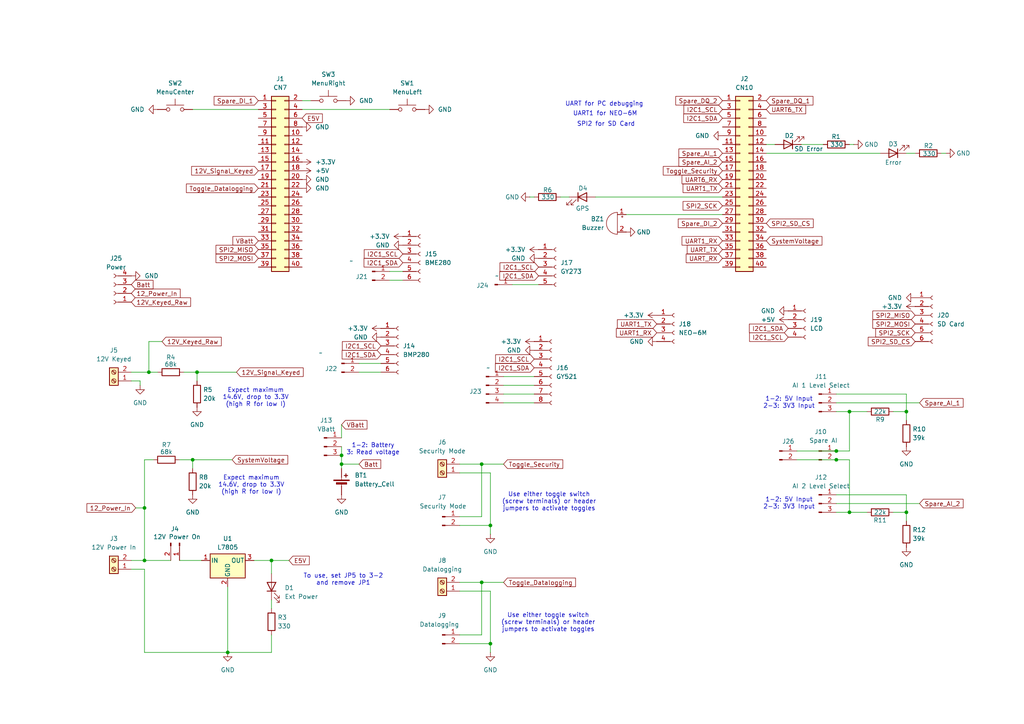
<source format=kicad_sch>
(kicad_sch (version 20231120) (generator "eeschema") (generator_version "8.0")
  (paper "A4")
  (lib_symbols
    (symbol "Connector:Conn_01x01_Pin" (pin_names (offset 1.016) hide)
      (property "Reference" "J" (at 0 2.54 0))
      (property "Value" "Conn_01x01_Pin" (at 0 -2.54 0))
      (symbol "Conn_01x01_Pin_1_1"
        (pin passive line (at 5.08 0 180) (length 3.81) (name "Pin_1") (number "1"))
      )
    )
    (symbol "Connector:Conn_01x02_Pin" (pin_names (offset 1.016) hide)
      (property "Reference" "J" (at 0 2.54 0))
      (property "Value" "Conn_01x02_Pin" (at 0 -5.08 0))
      (symbol "Conn_01x02_Pin_1_1"
        (pin passive line (at 5.08 0 180) (length 3.81) (name "Pin_1") (number "1"))
        (pin passive line (at 5.08 -2.54 180) (length 3.81) (name "Pin_2") (number "2"))
      )
    )
    (symbol "Connector:Conn_01x03_Pin" (pin_names (offset 1.016) hide)
      (property "Reference" "J" (at 0 5.08 0))
      (property "Value" "Conn_01x03_Pin" (at 0 -5.08 0))
      (symbol "Conn_01x03_Pin_1_1"
        (pin passive line (at 5.08 2.54 180) (length 3.81) (name "Pin_1") (number "1"))
        (pin passive line (at 5.08 0 180) (length 3.81) (name "Pin_2") (number "2"))
        (pin passive line (at 5.08 -2.54 180) (length 3.81) (name "Pin_3") (number "3"))
      )
    )
    (symbol "Connector:Conn_01x04_Pin" (pin_names (offset 1.016) hide)
      (property "Reference" "J" (at 0 5.08 0))
      (property "Value" "Conn_01x04_Pin" (at 0 -7.62 0))
      (symbol "Conn_01x04_Pin_1_1"
        (pin passive line (at 5.08 2.54 180) (length 3.81) (name "Pin_1") (number "1"))
        (pin passive line (at 5.08 0 180) (length 3.81) (name "Pin_2") (number "2"))
        (pin passive line (at 5.08 -2.54 180) (length 3.81) (name "Pin_3") (number "3"))
        (pin passive line (at 5.08 -5.08 180) (length 3.81) (name "Pin_4") (number "4"))
      )
    )
    (symbol "Connector:Conn_01x04_Socket" (pin_names (offset 1.016) hide)
      (property "Reference" "J" (at 0 5.08 0))
      (property "Value" "Conn_01x04_Socket" (at 0 -7.62 0))
      (symbol "Conn_01x04_Socket_1_1"
        (pin passive line (at -5.08 2.54 0) (length 3.81) (name "Pin_1") (number "1"))
        (pin passive line (at -5.08 0 0) (length 3.81) (name "Pin_2") (number "2"))
        (pin passive line (at -5.08 -2.54 0) (length 3.81) (name "Pin_3") (number "3"))
        (pin passive line (at -5.08 -5.08 0) (length 3.81) (name "Pin_4") (number "4"))
      )
    )
    (symbol "Connector:Conn_01x05_Socket" (pin_names (offset 1.016) hide)
      (property "Reference" "J" (at 0 7.62 0))
      (property "Value" "Conn_01x05_Socket" (at 0 -7.62 0))
      (symbol "Conn_01x05_Socket_1_1"
        (pin passive line (at -5.08 5.08 0) (length 3.81) (name "Pin_1") (number "1"))
        (pin passive line (at -5.08 2.54 0) (length 3.81) (name "Pin_2") (number "2"))
        (pin passive line (at -5.08 0 0) (length 3.81) (name "Pin_3") (number "3"))
        (pin passive line (at -5.08 -2.54 0) (length 3.81) (name "Pin_4") (number "4"))
        (pin passive line (at -5.08 -5.08 0) (length 3.81) (name "Pin_5") (number "5"))
      )
    )
    (symbol "Connector:Conn_01x06_Socket" (pin_names (offset 1.016) hide)
      (property "Reference" "J" (at 0 7.62 0))
      (property "Value" "Conn_01x06_Socket" (at 0 -10.16 0))
      (symbol "Conn_01x06_Socket_1_1"
        (pin passive line (at -5.08 5.08 0) (length 3.81) (name "Pin_1") (number "1"))
        (pin passive line (at -5.08 2.54 0) (length 3.81) (name "Pin_2") (number "2"))
        (pin passive line (at -5.08 0 0) (length 3.81) (name "Pin_3") (number "3"))
        (pin passive line (at -5.08 -2.54 0) (length 3.81) (name "Pin_4") (number "4"))
        (pin passive line (at -5.08 -5.08 0) (length 3.81) (name "Pin_5") (number "5"))
        (pin passive line (at -5.08 -7.62 0) (length 3.81) (name "Pin_6") (number "6"))
      )
    )
    (symbol "Connector:Conn_01x08_Socket" (pin_names (offset 1.016) hide)
      (property "Reference" "J" (at 0 10.16 0))
      (property "Value" "Conn_01x08_Socket" (at 0 -12.7 0))
      (symbol "Conn_01x08_Socket_1_1"
        (pin passive line (at -5.08 7.62 0) (length 3.81) (name "Pin_1") (number "1"))
        (pin passive line (at -5.08 5.08 0) (length 3.81) (name "Pin_2") (number "2"))
        (pin passive line (at -5.08 2.54 0) (length 3.81) (name "Pin_3") (number "3"))
        (pin passive line (at -5.08 0 0) (length 3.81) (name "Pin_4") (number "4"))
        (pin passive line (at -5.08 -2.54 0) (length 3.81) (name "Pin_5") (number "5"))
        (pin passive line (at -5.08 -5.08 0) (length 3.81) (name "Pin_6") (number "6"))
        (pin passive line (at -5.08 -7.62 0) (length 3.81) (name "Pin_7") (number "7"))
        (pin passive line (at -5.08 -10.16 0) (length 3.81) (name "Pin_8") (number "8"))
      )
    )
    (symbol "Connector:Screw_Terminal_01x02" (pin_names (offset 1.016) hide)
      (property "Reference" "J" (at 0 2.54 0))
      (property "Value" "Screw_Terminal_01x02" (at 0 -5.08 0))
      (symbol "Screw_Terminal_01x02_1_1"
        (pin passive line (at -5.08 0 0) (length 3.81) (name "Pin_1") (number "1"))
        (pin passive line (at -5.08 -2.54 0) (length 3.81) (name "Pin_2") (number "2"))
      )
    )
    (symbol "Connector_Generic:Conn_02x20_Odd_Even" (pin_names (offset 1.016) hide)
      (property "Reference" "J" (at 1.27 25.4 0))
      (property "Value" "Conn_02x20_Odd_Even" (at 1.27 -27.94 0))
      (symbol "Conn_02x20_Odd_Even_1_1"
        (pin passive line (at -5.08 22.86 0) (length 3.81) (name "Pin_1") (number "1"))
        (pin passive line (at 7.62 12.7 180) (length 3.81) (name "Pin_10") (number "10"))
        (pin passive line (at -5.08 10.16 0) (length 3.81) (name "Pin_11") (number "11"))
        (pin passive line (at 7.62 10.16 180) (length 3.81) (name "Pin_12") (number "12"))
        (pin passive line (at -5.08 7.62 0) (length 3.81) (name "Pin_13") (number "13"))
        (pin passive line (at 7.62 7.62 180) (length 3.81) (name "Pin_14") (number "14"))
        (pin passive line (at -5.08 5.08 0) (length 3.81) (name "Pin_15") (number "15"))
        (pin passive line (at 7.62 5.08 180) (length 3.81) (name "Pin_16") (number "16"))
        (pin passive line (at -5.08 2.54 0) (length 3.81) (name "Pin_17") (number "17"))
        (pin passive line (at 7.62 2.54 180) (length 3.81) (name "Pin_18") (number "18"))
        (pin passive line (at -5.08 0 0) (length 3.81) (name "Pin_19") (number "19"))
        (pin passive line (at 7.62 22.86 180) (length 3.81) (name "Pin_2") (number "2"))
        (pin passive line (at 7.62 0 180) (length 3.81) (name "Pin_20") (number "20"))
        (pin passive line (at -5.08 -2.54 0) (length 3.81) (name "Pin_21") (number "21"))
        (pin passive line (at 7.62 -2.54 180) (length 3.81) (name "Pin_22") (number "22"))
        (pin passive line (at -5.08 -5.08 0) (length 3.81) (name "Pin_23") (number "23"))
        (pin passive line (at 7.62 -5.08 180) (length 3.81) (name "Pin_24") (number "24"))
        (pin passive line (at -5.08 -7.62 0) (length 3.81) (name "Pin_25") (number "25"))
        (pin passive line (at 7.62 -7.62 180) (length 3.81) (name "Pin_26") (number "26"))
        (pin passive line (at -5.08 -10.16 0) (length 3.81) (name "Pin_27") (number "27"))
        (pin passive line (at 7.62 -10.16 180) (length 3.81) (name "Pin_28") (number "28"))
        (pin passive line (at -5.08 -12.7 0) (length 3.81) (name "Pin_29") (number "29"))
        (pin passive line (at -5.08 20.32 0) (length 3.81) (name "Pin_3") (number "3"))
        (pin passive line (at 7.62 -12.7 180) (length 3.81) (name "Pin_30") (number "30"))
        (pin passive line (at -5.08 -15.24 0) (length 3.81) (name "Pin_31") (number "31"))
        (pin passive line (at 7.62 -15.24 180) (length 3.81) (name "Pin_32") (number "32"))
        (pin passive line (at -5.08 -17.78 0) (length 3.81) (name "Pin_33") (number "33"))
        (pin passive line (at 7.62 -17.78 180) (length 3.81) (name "Pin_34") (number "34"))
        (pin passive line (at -5.08 -20.32 0) (length 3.81) (name "Pin_35") (number "35"))
        (pin passive line (at 7.62 -20.32 180) (length 3.81) (name "Pin_36") (number "36"))
        (pin passive line (at -5.08 -22.86 0) (length 3.81) (name "Pin_37") (number "37"))
        (pin passive line (at 7.62 -22.86 180) (length 3.81) (name "Pin_38") (number "38"))
        (pin passive line (at -5.08 -25.4 0) (length 3.81) (name "Pin_39") (number "39"))
        (pin passive line (at 7.62 20.32 180) (length 3.81) (name "Pin_4") (number "4"))
        (pin passive line (at 7.62 -25.4 180) (length 3.81) (name "Pin_40") (number "40"))
        (pin passive line (at -5.08 17.78 0) (length 3.81) (name "Pin_5") (number "5"))
        (pin passive line (at 7.62 17.78 180) (length 3.81) (name "Pin_6") (number "6"))
        (pin passive line (at -5.08 15.24 0) (length 3.81) (name "Pin_7") (number "7"))
        (pin passive line (at 7.62 15.24 180) (length 3.81) (name "Pin_8") (number "8"))
        (pin passive line (at -5.08 12.7 0) (length 3.81) (name "Pin_9") (number "9"))
      )
    )
    (symbol "Device:Battery_Cell" (pin_numbers hide) (pin_names (offset 0) hide)
      (property "Reference" "BT" (at 2.54 2.54 0))
      (property "Value" "Battery_Cell" (at 2.54 0 0))
      (symbol "Battery_Cell_1_1"
        (pin passive line (at 0 5.08 270) (length 2.54) (name "+") (number "1"))
        (pin passive line (at 0 -2.54 90) (length 2.54) (name "-") (number "2"))
      )
    )
    (symbol "Device:Buzzer" (pin_names (offset 0.0254) hide)
      (property "Reference" "BZ" (at 3.81 1.27 0))
      (property "Value" "Buzzer" (at 3.81 -1.27 0))
      (symbol "Buzzer_1_1"
        (pin passive line (at -2.54 2.54 0) (length 2.54) (name "+") (number "1"))
        (pin passive line (at -2.54 -2.54 0) (length 2.54) (name "-") (number "2"))
      )
    )
    (symbol "Device:LED" (pin_numbers hide) (pin_names (offset 1.016) hide)
      (property "Reference" "D" (at 0 2.54 0))
      (property "Value" "LED" (at 0 -2.54 0))
      (symbol "LED_1_1"
        (pin passive line (at -3.81 0 0) (length 2.54) (name "K") (number "1"))
        (pin passive line (at 3.81 0 180) (length 2.54) (name "A") (number "2"))
      )
    )
    (symbol "Device:R" (pin_numbers hide) (pin_names (offset 0))
      (property "Reference" "R" (at 2.032 0 90))
      (property "Value" "R" (at 0 0 90))
      (symbol "R_1_1"
        (pin passive line (at 0 3.81 270) (length 1.27) (name "~") (number "1"))
        (pin passive line (at 0 -3.81 90) (length 1.27) (name "~") (number "2"))
      )
    )
    (symbol "Regulator_Linear:L7805" (pin_names (offset 0.254))
      (property "Reference" "U" (at -3.81 3.175 0))
      (property "Value" "L7805" (at 0 3.175 0))
      (symbol "L7805_1_1"
        (pin power_in line (at -7.62 0 0) (length 2.54) (name "IN") (number "1"))
        (pin power_in line (at 0 -7.62 90) (length 2.54) (name "GND") (number "2"))
        (pin power_out line (at 7.62 0 180) (length 2.54) (name "OUT") (number "3"))
      )
    )
    (symbol "Switch:SW_Push" (pin_numbers hide) (pin_names (offset 1.016) hide)
      (property "Reference" "SW" (at 1.27 2.54 0))
      (property "Value" "SW_Push" (at 0 -1.524 0))
      (symbol "SW_Push_0_1"
        (pin passive line (at -5.08 0 0) (length 2.54) (name "1") (number "1"))
        (pin passive line (at 5.08 0 180) (length 2.54) (name "2") (number "2"))
      )
    )
    (symbol "power:+3.3V" (power) (pin_numbers hide) (pin_names (offset 0) hide)
      (property "Value" "+3.3V" (at 0 3.556 0))
      (symbol "+3.3V_1_1"
        (pin power_in line (at 0 0 90) (length 0) (name "~") (number "1"))
      )
    )
    (symbol "power:+5V" (power) (pin_numbers hide) (pin_names (offset 0) hide)
      (property "Value" "+5V" (at 0 3.556 0))
      (symbol "+5V_1_1"
        (pin power_in line (at 0 0 90) (length 0) (name "~") (number "1"))
      )
    )
    (symbol "power:GND" (power) (pin_numbers hide) (pin_names (offset 0) hide)
      (property "Value" "GND" (at 0 -3.81 0))
      (symbol "GND_1_1"
        (pin power_in line (at 0 0 270) (length 0) (name "~") (number "1"))
      )
    )
  )
  (junction (at 99.06 132.08))
  (junction (at 57.15 107.95))
  (junction (at 142.24 186.69))
  (junction (at 99.06 134.62))
  (junction (at 55.88 133.35))
  (junction (at 41.91 162.56))
  (junction (at 242.57 133.35))
  (junction (at 246.38 148.59))
  (junction (at 66.04 189.23))
  (junction (at 78.74 162.56))
  (junction (at 43.18 107.95))
  (junction (at 262.89 119.38))
  (junction (at 142.24 152.4))
  (junction (at 246.38 119.38))
  (junction (at 139.7 134.62))
  (junction (at 139.7 168.91))
  (junction (at 262.89 148.59))
  (junction (at 41.91 147.32))
  (junction (at 242.57 130.81))
  (wire (pts (xy 242.57 114.3) (xy 262.89 114.3)))
  (wire (pts (xy 57.15 107.95) (xy 68.58 107.95)))
  (wire (pts (xy 133.35 171.45) (xy 142.24 171.45)))
  (wire (pts (xy 246.38 130.81) (xy 246.38 119.38)))
  (wire (pts (xy 242.57 143.51) (xy 262.89 143.51)))
  (wire (pts (xy 99.06 129.54) (xy 99.06 132.08)))
  (wire (pts (xy 38.1 165.1) (xy 41.91 165.1)))
  (wire (pts (xy 41.91 147.32) (xy 41.91 162.56)))
  (wire (pts (xy 148.59 82.55) (xy 156.21 82.55)))
  (wire (pts (xy 44.45 133.35) (xy 41.91 133.35)))
  (wire (pts (xy 99.06 123.19) (xy 99.06 127)))
  (wire (pts (xy 172.72 57.15) (xy 209.55 57.15)))
  (wire (pts (xy 242.57 148.59) (xy 246.38 148.59)))
  (wire (pts (xy 231.14 133.35) (xy 242.57 133.35)))
  (wire (pts (xy 78.74 184.15) (xy 78.74 189.23)))
  (wire (pts (xy 99.06 134.62) (xy 104.14 134.62)))
  (wire (pts (xy 41.91 189.23) (xy 66.04 189.23)))
  (wire (pts (xy 78.74 162.56) (xy 83.82 162.56)))
  (wire (pts (xy 41.91 133.35) (xy 41.91 147.32)))
  (wire (pts (xy 99.06 134.62) (xy 99.06 135.89)))
  (wire (pts (xy 78.74 162.56) (xy 78.74 166.37)))
  (wire (pts (xy 246.38 148.59) (xy 251.46 148.59)))
  (wire (pts (xy 142.24 137.16) (xy 142.24 152.4)))
  (wire (pts (xy 52.07 133.35) (xy 55.88 133.35)))
  (wire (pts (xy 146.05 111.76) (xy 154.94 111.76)))
  (wire (pts (xy 38.1 107.95) (xy 43.18 107.95)))
  (wire (pts (xy 142.24 152.4) (xy 142.24 154.94)))
  (wire (pts (xy 78.74 189.23) (xy 66.04 189.23)))
  (wire (pts (xy 139.7 134.62) (xy 133.35 134.62)))
  (wire (pts (xy 262.89 114.3) (xy 262.89 119.38)))
  (wire (pts (xy 46.99 99.06) (xy 43.18 99.06)))
  (wire (pts (xy 242.57 133.35) (xy 246.38 133.35)))
  (wire (pts (xy 139.7 168.91) (xy 146.05 168.91)))
  (wire (pts (xy 139.7 134.62) (xy 146.05 134.62)))
  (wire (pts (xy 39.37 147.32) (xy 41.91 147.32)))
  (wire (pts (xy 246.38 133.35) (xy 246.38 148.59)))
  (wire (pts (xy 262.89 143.51) (xy 262.89 148.59)))
  (wire (pts (xy 43.18 107.95) (xy 45.72 107.95)))
  (wire (pts (xy 232.41 41.91) (xy 238.76 41.91)))
  (wire (pts (xy 55.88 31.75) (xy 74.93 31.75)))
  (wire (pts (xy 246.38 119.38) (xy 251.46 119.38)))
  (wire (pts (xy 104.14 107.95) (xy 110.49 107.95)))
  (wire (pts (xy 73.66 162.56) (xy 78.74 162.56)))
  (wire (pts (xy 146.05 116.84) (xy 154.94 116.84)))
  (wire (pts (xy 154.94 57.15) (xy 153.67 57.15)))
  (wire (pts (xy 242.57 146.05) (xy 266.7 146.05)))
  (wire (pts (xy 231.14 130.81) (xy 242.57 130.81)))
  (wire (pts (xy 43.18 99.06) (xy 43.18 107.95)))
  (wire (pts (xy 142.24 171.45) (xy 142.24 186.69)))
  (wire (pts (xy 242.57 130.81) (xy 246.38 130.81)))
  (wire (pts (xy 133.35 149.86) (xy 139.7 149.86)))
  (wire (pts (xy 246.38 119.38) (xy 242.57 119.38)))
  (wire (pts (xy 133.35 184.15) (xy 139.7 184.15)))
  (wire (pts (xy 55.88 133.35) (xy 67.31 133.35)))
  (wire (pts (xy 99.06 132.08) (xy 99.06 134.62)))
  (wire (pts (xy 165.1 57.15) (xy 162.56 57.15)))
  (wire (pts (xy 142.24 152.4) (xy 133.35 152.4)))
  (wire (pts (xy 41.91 162.56) (xy 49.53 162.56)))
  (wire (pts (xy 133.35 137.16) (xy 142.24 137.16)))
  (wire (pts (xy 146.05 109.22) (xy 154.94 109.22)))
  (wire (pts (xy 259.08 119.38) (xy 262.89 119.38)))
  (wire (pts (xy 55.88 135.89) (xy 55.88 133.35)))
  (wire (pts (xy 66.04 170.18) (xy 66.04 189.23)))
  (wire (pts (xy 87.63 29.21) (xy 90.17 29.21)))
  (wire (pts (xy 139.7 184.15) (xy 139.7 168.91)))
  (wire (pts (xy 113.03 81.28) (xy 116.84 81.28)))
  (wire (pts (xy 142.24 186.69) (xy 133.35 186.69)))
  (wire (pts (xy 262.89 44.45) (xy 265.43 44.45)))
  (wire (pts (xy 146.05 114.3) (xy 154.94 114.3)))
  (wire (pts (xy 38.1 162.56) (xy 41.91 162.56)))
  (wire (pts (xy 113.03 78.74) (xy 116.84 78.74)))
  (wire (pts (xy 142.24 186.69) (xy 142.24 189.23)))
  (wire (pts (xy 40.64 110.49) (xy 40.64 111.76)))
  (wire (pts (xy 139.7 168.91) (xy 133.35 168.91)))
  (wire (pts (xy 262.89 151.13) (xy 262.89 148.59)))
  (wire (pts (xy 262.89 121.92) (xy 262.89 119.38)))
  (wire (pts (xy 259.08 148.59) (xy 262.89 148.59)))
  (wire (pts (xy 78.74 173.99) (xy 78.74 176.53)))
  (wire (pts (xy 41.91 165.1) (xy 41.91 189.23)))
  (wire (pts (xy 222.25 41.91) (xy 224.79 41.91)))
  (wire (pts (xy 273.05 44.45) (xy 274.32 44.45)))
  (wire (pts (xy 139.7 149.86) (xy 139.7 134.62)))
  (wire (pts (xy 57.15 110.49) (xy 57.15 107.95)))
  (wire (pts (xy 181.61 62.23) (xy 209.55 62.23)))
  (wire (pts (xy 52.07 162.56) (xy 58.42 162.56)))
  (wire (pts (xy 242.57 116.84) (xy 266.7 116.84)))
  (wire (pts (xy 87.63 31.75) (xy 113.03 31.75)))
  (wire (pts (xy 104.14 105.41) (xy 110.49 105.41)))
  (wire (pts (xy 38.1 110.49) (xy 40.64 110.49)))
  (wire (pts (xy 222.25 44.45) (xy 255.27 44.45)))
  (wire (pts (xy 53.34 107.95) (xy 57.15 107.95)))
  (wire (pts (xy 246.38 41.91) (xy 247.65 41.91)))
  (text "Expect maximum\n14.6V, drop to 3.3V\n(high R for low I)" (at 74.168 115.316 0) (effects (font (size 1.27 1.27))))
  (text "UART1 for NEO-6M" (at 175.514 33.02 0) (effects (font (size 1.27 1.27))))
  (text "Expect maximum\n14.6V, drop to 3.3V\n(high R for low I)" (at 72.898 140.716 0) (effects (font (size 1.27 1.27))))
  (text "Use either toggle switch\n(screw terminals) or header\njumpers to activate toggles" (at 159.258 145.542 0) (effects (font (size 1.27 1.27))))
  (text "UART for PC debugging" (at 175.26 30.226 0) (effects (font (size 1.27 1.27))))
  (text "1-2: 5V Input\n2-3: 3V3 Input" (at 228.854 116.84 0) (effects (font (size 1.27 1.27))))
  (text "1-2: Battery\n3: Read voltage" (at 108.204 130.302 0) (effects (font (size 1.27 1.27))))
  (text "1-2: 5V Input\n2-3: 3V3 Input" (at 228.854 146.05 0) (effects (font (size 1.27 1.27))))
  (text "SPI2 for SD Card" (at 175.768 36.068 0) (effects (font (size 1.27 1.27))))
  (text "To use, set JP5 to 3-2\nand remove JP1" (at 99.568 168.148 0) (effects (font (size 1.27 1.27))))
  (text "Use either toggle switch\n(screw terminals) or header\njumpers to activate toggles" (at 159.004 180.594 0) (effects (font (size 1.27 1.27))))
  (global_label "Toggle_Security" (shape input) (at 209.55 49.53 180) (property "Intersheetrefs" "${INTERSHEET_REFS}" (effects (hide yes))))
  (global_label "SystemVoltage" (shape input) (at 67.31 133.35 0) (property "Intersheetrefs" "${INTERSHEET_REFS}" (effects (hide yes))))
  (global_label "I2C1_SDA" (shape input) (at 209.55 34.29 180) (property "Intersheetrefs" "${INTERSHEET_REFS}" (effects (hide yes))))
  (global_label "Toggle_Datalogging" (shape input) (at 74.93 54.61 180) (property "Intersheetrefs" "${INTERSHEET_REFS}" (effects (hide yes))))
  (global_label "SPI2_MOSI" (shape input) (at 265.43 93.98 180) (property "Intersheetrefs" "${INTERSHEET_REFS}" (effects (hide yes))))
  (global_label "UART1_RX" (shape input) (at 190.5 96.52 180) (property "Intersheetrefs" "${INTERSHEET_REFS}" (effects (hide yes))))
  (global_label "I2C1_SCL" (shape input) (at 209.55 31.75 180) (property "Intersheetrefs" "${INTERSHEET_REFS}" (effects (hide yes))))
  (global_label "I2C1_SDA" (shape input) (at 116.84 76.2 180) (property "Intersheetrefs" "${INTERSHEET_REFS}" (effects (hide yes))))
  (global_label "Spare_AI_1" (shape input) (at 266.7 116.84 0) (property "Intersheetrefs" "${INTERSHEET_REFS}" (effects (hide yes))))
  (global_label "Batt" (shape input) (at 104.14 134.62 0) (property "Intersheetrefs" "${INTERSHEET_REFS}" (effects (hide yes))))
  (global_label "I2C1_SDA" (shape input) (at 156.21 80.01 180) (property "Intersheetrefs" "${INTERSHEET_REFS}" (effects (hide yes))))
  (global_label "I2C1_SDA" (shape input) (at 110.49 102.87 180) (property "Intersheetrefs" "${INTERSHEET_REFS}" (effects (hide yes))))
  (global_label "12_Power_In" (shape input) (at 39.37 147.32 180) (property "Intersheetrefs" "${INTERSHEET_REFS}" (effects (hide yes))))
  (global_label "SPI2_SD_CS" (shape input) (at 265.43 99.06 180) (property "Intersheetrefs" "${INTERSHEET_REFS}" (effects (hide yes))))
  (global_label "SPI2_MISO" (shape input) (at 265.43 91.44 180) (property "Intersheetrefs" "${INTERSHEET_REFS}" (effects (hide yes))))
  (global_label "VBatt" (shape input) (at 99.06 123.19 0) (property "Intersheetrefs" "${INTERSHEET_REFS}" (effects (hide yes))))
  (global_label "SPI2_SCK" (shape input) (at 265.43 96.52 180) (property "Intersheetrefs" "${INTERSHEET_REFS}" (effects (hide yes))))
  (global_label "UART6_RX" (shape input) (at 209.55 52.07 180) (property "Intersheetrefs" "${INTERSHEET_REFS}" (effects (hide yes))))
  (global_label "UART6_TX" (shape input) (at 222.25 31.75 0) (property "Intersheetrefs" "${INTERSHEET_REFS}" (effects (hide yes))))
  (global_label "UART_TX" (shape input) (at 209.55 72.39 180) (property "Intersheetrefs" "${INTERSHEET_REFS}" (effects (hide yes))))
  (global_label "12V_Signal_Keyed" (shape input) (at 68.58 107.95 0) (property "Intersheetrefs" "${INTERSHEET_REFS}" (effects (hide yes))))
  (global_label "UART1_TX" (shape input) (at 209.55 54.61 180) (property "Intersheetrefs" "${INTERSHEET_REFS}" (effects (hide yes))))
  (global_label "I2C1_SCL" (shape input) (at 116.84 73.66 180) (property "Intersheetrefs" "${INTERSHEET_REFS}" (effects (hide yes))))
  (global_label "12V_Keyed_Raw" (shape input) (at 46.99 99.06 0) (property "Intersheetrefs" "${INTERSHEET_REFS}" (effects (hide yes))))
  (global_label "12_Power_In" (shape input) (at 38.1 85.09 0) (property "Intersheetrefs" "${INTERSHEET_REFS}" (effects (hide yes))))
  (global_label "Spare_AI_2" (shape input) (at 209.55 46.99 180) (property "Intersheetrefs" "${INTERSHEET_REFS}" (effects (hide yes))))
  (global_label "UART_RX" (shape input) (at 209.55 74.93 180) (property "Intersheetrefs" "${INTERSHEET_REFS}" (effects (hide yes))))
  (global_label "Spare_DQ_2" (shape input) (at 209.55 29.21 180) (property "Intersheetrefs" "${INTERSHEET_REFS}" (effects (hide yes))))
  (global_label "I2C1_SCL" (shape input) (at 154.94 104.14 180) (property "Intersheetrefs" "${INTERSHEET_REFS}" (effects (hide yes))))
  (global_label "SystemVoltage" (shape input) (at 222.25 69.85 0) (property "Intersheetrefs" "${INTERSHEET_REFS}" (effects (hide yes))))
  (global_label "Spare_AI_2" (shape input) (at 266.7 146.05 0) (property "Intersheetrefs" "${INTERSHEET_REFS}" (effects (hide yes))))
  (global_label "E5V" (shape input) (at 83.82 162.56 0) (property "Intersheetrefs" "${INTERSHEET_REFS}" (effects (hide yes))))
  (global_label "I2C1_SCL" (shape input) (at 228.6 97.79 180) (property "Intersheetrefs" "${INTERSHEET_REFS}" (effects (hide yes))))
  (global_label "Spare_DQ_1" (shape input) (at 222.25 29.21 0) (property "Intersheetrefs" "${INTERSHEET_REFS}" (effects (hide yes))))
  (global_label "I2C1_SDA" (shape input) (at 154.94 106.68 180) (property "Intersheetrefs" "${INTERSHEET_REFS}" (effects (hide yes))))
  (global_label "Spare_AI_1" (shape input) (at 209.55 44.45 180) (property "Intersheetrefs" "${INTERSHEET_REFS}" (effects (hide yes))))
  (global_label "I2C1_SCL" (shape input) (at 110.49 100.33 180) (property "Intersheetrefs" "${INTERSHEET_REFS}" (effects (hide yes))))
  (global_label "Toggle_Datalogging" (shape input) (at 146.05 168.91 0) (property "Intersheetrefs" "${INTERSHEET_REFS}" (effects (hide yes))))
  (global_label "Spare_DI_2" (shape input) (at 209.55 64.77 180) (property "Intersheetrefs" "${INTERSHEET_REFS}" (effects (hide yes))))
  (global_label "I2C1_SCL" (shape input) (at 156.21 77.47 180) (property "Intersheetrefs" "${INTERSHEET_REFS}" (effects (hide yes))))
  (global_label "Spare_DI_1" (shape input) (at 74.93 29.21 180) (property "Intersheetrefs" "${INTERSHEET_REFS}" (effects (hide yes))))
  (global_label "SPI2_SD_CS" (shape input) (at 222.25 64.77 0) (property "Intersheetrefs" "${INTERSHEET_REFS}" (effects (hide yes))))
  (global_label "12V_Keyed_Raw" (shape input) (at 38.1 87.63 0) (property "Intersheetrefs" "${INTERSHEET_REFS}" (effects (hide yes))))
  (global_label "SPI2_MOSI" (shape input) (at 74.93 74.93 180) (property "Intersheetrefs" "${INTERSHEET_REFS}" (effects (hide yes))))
  (global_label "I2C1_SDA" (shape input) (at 228.6 95.25 180) (property "Intersheetrefs" "${INTERSHEET_REFS}" (effects (hide yes))))
  (global_label "SPI2_MISO" (shape input) (at 74.93 72.39 180) (property "Intersheetrefs" "${INTERSHEET_REFS}" (effects (hide yes))))
  (global_label "12V_Signal_Keyed" (shape input) (at 74.93 49.53 180) (property "Intersheetrefs" "${INTERSHEET_REFS}" (effects (hide yes))))
  (global_label "Toggle_Security" (shape input) (at 146.05 134.62 0) (property "Intersheetrefs" "${INTERSHEET_REFS}" (effects (hide yes))))
  (global_label "SPI2_SCK" (shape input) (at 209.55 59.69 180) (property "Intersheetrefs" "${INTERSHEET_REFS}" (effects (hide yes))))
  (global_label "UART1_RX" (shape input) (at 209.55 69.85 180) (property "Intersheetrefs" "${INTERSHEET_REFS}" (effects (hide yes))))
  (global_label "UART1_TX" (shape input) (at 190.5 93.98 180) (property "Intersheetrefs" "${INTERSHEET_REFS}" (effects (hide yes))))
  (global_label "VBatt" (shape input) (at 74.93 69.85 180) (property "Intersheetrefs" "${INTERSHEET_REFS}" (effects (hide yes))))
  (global_label "Batt" (shape input) (at 38.1 82.55 0) (property "Intersheetrefs" "${INTERSHEET_REFS}" (effects (hide yes))))
  (global_label "E5V" (shape input) (at 87.63 34.29 0) (property "Intersheetrefs" "${INTERSHEET_REFS}" (effects (hide yes))))
  (symbol (lib_id "power:GND") (at 142.24 154.94 0) (unit 1)
    (property "Reference" "#PWR014" (effects (hide yes)))
    (property "Value" "GND" (at 142.24 160.02 0))
    (property "Description" "Power symbol creates a global label with name \"GND\" , ground" (effects (hide yes)))
  )
  (symbol (lib_id "Device:Buzzer") (at 179.07 64.77 0) (mirror y) (unit 1)
    (property "Reference" "BZ1" (at 175.26 63.4999 0) (effects (justify left)))
    (property "Value" "Buzzer" (at 175.26 66.0399 0) (effects (justify left)))
    (property "Footprint" "Buzzer_Beeper:Buzzer_12x9.5RM7.6" (effects (hide yes)))
    (property "Description" "Buzzer, polarized" (effects (hide yes)))
  )
  (symbol (lib_id "Device:R") (at 262.89 154.94 180) (unit 1)
    (property "Reference" "R12" (at 264.668 153.67 0) (effects (justify right)))
    (property "Value" "39k" (at 264.668 156.21 0) (effects (justify right)))
    (property "Footprint" "Resistor_THT:R_Axial_DIN0207_L6.3mm_D2.5mm_P10.16mm_Horizontal" (effects (hide yes)))
    (property "Description" "Resistor" (effects (hide yes)))
  )
  (symbol (lib_id "Switch:SW_Push") (at 95.25 29.21 0) (unit 1)
    (property "Reference" "SW3" (at 95.25 21.59 0))
    (property "Value" "MenuRight" (at 95.25 24.13 0))
    (property "Footprint" "Button_Switch_THT:SW_PUSH_6mm" (effects (hide yes)))
    (property "Description" "Push button switch, generic, two pins" (effects (hide yes)))
  )
  (symbol (lib_id "Connector:Screw_Terminal_01x02") (at 33.02 110.49 180) (unit 1)
    (property "Reference" "J5" (at 33.02 101.6 0))
    (property "Value" "12V Keyed" (at 33.02 104.14 0))
    (property "Footprint" "TerminalBlock_RND:TerminalBlock_RND_205-00012_1x02_P5.00mm_Horizontal" (effects (hide yes)))
    (property "Description" "Generic screw terminal, single row, 01x02, script generated (kicad-library-utils/schlib/autogen/connector/)" (effects (hide yes)))
  )
  (symbol (lib_id "power:GND") (at 247.65 41.91 90) (unit 1)
    (property "Reference" "#PWR016" (effects (hide yes)))
    (property "Value" "GND" (at 250.698 41.91 90) (effects (justify right)))
    (property "Description" "Power symbol creates a global label with name \"GND\" , ground" (effects (hide yes)))
  )
  (symbol (lib_id "Device:R") (at 269.24 44.45 270) (unit 1)
    (property "Reference" "R2" (at 270.637 42.291 90) (effects (justify right)))
    (property "Value" "330" (at 271.399 44.577 90) (effects (justify right)))
    (property "Footprint" "Resistor_THT:R_Axial_DIN0207_L6.3mm_D2.5mm_P10.16mm_Horizontal" (effects (hide yes)))
    (property "Description" "Resistor" (effects (hide yes)))
  )
  (symbol (lib_id "power:+3.3V") (at 116.84 68.58 90) (unit 1)
    (property "Reference" "#PWR025" (effects (hide yes)))
    (property "Value" "+3.3V" (at 113.03 68.5799 90) (effects (justify left)))
    (property "Description" "Power symbol creates a global label with name \"+3.3V\"" (effects (hide yes)))
  )
  (symbol (lib_id "Regulator_Linear:L7805") (at 66.04 162.56 0) (unit 1)
    (property "Reference" "U1" (at 66.04 156.21 0))
    (property "Value" "L7805" (at 66.04 158.75 0))
    (property "Footprint" "Package_TO_SOT_THT:TO-220-3_Vertical" (effects (hide yes)))
    (property "Datasheet" "http://www.st.com/content/ccc/resource/technical/document/datasheet/41/4f/b3/b0/12/d4/47/88/CD00000444.pdf/files/CD00000444.pdf/jcr:content/translations/en.CD00000444.pdf" (effects (hide yes)))
    (property "Description" "Positive 1.5A 35V Linear Regulator, Fixed Output 5V, TO-220/TO-263/TO-252" (effects (hide yes)))
  )
  (symbol (lib_id "power:GND") (at 55.88 143.51 0) (unit 1)
    (property "Reference" "#PWR019" (effects (hide yes)))
    (property "Value" "GND" (at 55.88 148.59 0))
    (property "Description" "Power symbol creates a global label with name \"GND\" , ground" (effects (hide yes)))
  )
  (symbol (lib_id "Connector:Conn_01x03_Pin") (at 237.49 116.84 0) (unit 1)
    (property "Reference" "J11" (at 238.125 109.22 0))
    (property "Value" "AI 1 Level Select" (at 238.125 111.76 0))
    (property "Footprint" "Connector_PinHeader_2.54mm:PinHeader_1x03_P2.54mm_Vertical" (effects (hide yes)))
    (property "Description" "Generic connector, single row, 01x03, script generated" (effects (hide yes)))
  )
  (symbol (lib_id "Connector:Conn_01x05_Socket") (at 161.29 77.47 0) (unit 1)
    (property "Reference" "J17" (at 162.56 76.1999 0) (effects (justify left)))
    (property "Value" "GY273" (at 162.56 78.7399 0) (effects (justify left)))
    (property "Footprint" "Connector_PinSocket_2.54mm:PinSocket_1x05_P2.54mm_Vertical" (effects (hide yes)))
    (property "Description" "Generic connector, single row, 01x05, script generated" (effects (hide yes)))
  )
  (symbol (lib_id "Connector:Conn_01x08_Socket") (at 160.02 106.68 0) (unit 1)
    (property "Reference" "J16" (at 161.29 106.6799 0) (effects (justify left)))
    (property "Value" "GY521" (at 161.29 109.2199 0) (effects (justify left)))
    (property "Footprint" "Connector_PinSocket_2.54mm:PinSocket_1x08_P2.54mm_Vertical" (effects (hide yes)))
    (property "Description" "Generic connector, single row, 01x08, script generated" (effects (hide yes)))
  )
  (symbol (lib_id "Device:R") (at 255.27 119.38 90) (unit 1)
    (property "Reference" "R9" (at 255.27 121.666 90))
    (property "Value" "22k" (at 255.27 119.38 90))
    (property "Footprint" "Resistor_THT:R_Axial_DIN0207_L6.3mm_D2.5mm_P10.16mm_Horizontal" (effects (hide yes)))
    (property "Description" "Resistor" (effects (hide yes)))
  )
  (symbol (lib_id "Device:LED") (at 78.74 170.18 90) (unit 1)
    (property "Reference" "D1" (at 82.55 170.4974 90) (effects (justify right)))
    (property "Value" "Ext Power" (at 82.55 173.0374 90) (effects (justify right)))
    (property "Footprint" "LED_THT:LED_D5.0mm" (effects (hide yes)))
    (property "Description" "Light emitting diode" (effects (hide yes)))
  )
  (symbol (lib_id "Device:R") (at 48.26 133.35 90) (unit 1)
    (property "Reference" "R7" (at 48.26 129.032 90))
    (property "Value" "68k" (at 48.26 131.064 90))
    (property "Footprint" "Resistor_THT:R_Axial_DIN0207_L6.3mm_D2.5mm_P10.16mm_Horizontal" (effects (hide yes)))
    (property "Description" "Resistor" (effects (hide yes)))
  )
  (symbol (lib_id "Device:R") (at 57.15 114.3 180) (unit 1)
    (property "Reference" "R5" (at 58.928 113.03 0) (effects (justify right)))
    (property "Value" "20k" (at 58.928 115.57 0) (effects (justify right)))
    (property "Footprint" "Resistor_THT:R_Axial_DIN0207_L6.3mm_D2.5mm_P10.16mm_Horizontal" (effects (hide yes)))
    (property "Description" "Resistor" (effects (hide yes)))
  )
  (symbol (lib_id "power:+3.3V") (at 110.49 95.25 90) (unit 1)
    (property "Reference" "#PWR023" (effects (hide yes)))
    (property "Value" "+3.3V" (at 106.68 95.2499 90) (effects (justify left)))
    (property "Description" "Power symbol creates a global label with name \"+3.3V\"" (effects (hide yes)))
  )
  (symbol (lib_id "power:GND") (at 181.61 67.31 90) (unit 1)
    (property "Reference" "#PWR010" (effects (hide yes)))
    (property "Value" "GND" (at 184.658 67.31 90) (effects (justify right)))
    (property "Description" "Power symbol creates a global label with name \"GND\" , ground" (effects (hide yes)))
  )
  (symbol (lib_id "Connector:Conn_01x02_Pin") (at 128.27 184.15 0) (unit 1)
    (property "Reference" "J9" (at 127 178.562 0) (effects (justify left)))
    (property "Value" "Datalogging" (at 121.666 181.102 0) (effects (justify left)))
    (property "Footprint" "Connector_PinHeader_2.54mm:PinHeader_1x02_P2.54mm_Vertical" (effects (hide yes)))
    (property "Description" "Generic connector, single row, 01x02, script generated" (effects (hide yes)))
  )
  (symbol (lib_id "power:GND") (at 123.19 31.75 90) (unit 1)
    (property "Reference" "#PWR07" (effects (hide yes)))
    (property "Value" "GND" (at 127 31.7499 90) (effects (justify right)))
    (property "Description" "Power symbol creates a global label with name \"GND\" , ground" (effects (hide yes)))
  )
  (symbol (lib_id "power:+5V") (at 87.63 49.53 270) (unit 1)
    (property "Reference" "#PWR02" (effects (hide yes)))
    (property "Value" "+5V" (at 91.44 49.5299 90) (effects (justify left)))
    (property "Description" "Power symbol creates a global label with name \"+5V\"" (effects (hide yes)))
  )
  (symbol (lib_id "Connector_Generic:Conn_02x20_Odd_Even") (at 214.63 52.07 0) (unit 1)
    (property "Reference" "J2" (at 215.9 22.86 0))
    (property "Value" "CN10" (at 215.9 25.4 0))
    (property "Footprint" "Connector_PinSocket_2.54mm:PinSocket_2x20_P2.54mm_Vertical" (effects (hide yes)))
    (property "Description" "Generic connector, double row, 02x20, odd/even pin numbering scheme (row 1 odd numbers, row 2 even numbers), script generated (kicad-library-utils/schlib/autogen/connector/)" (effects (hide yes)))
  )
  (symbol (lib_id "Connector:Conn_01x06_Socket") (at 270.51 91.44 0) (unit 1)
    (property "Reference" "J20" (at 271.78 91.4399 0) (effects (justify left)))
    (property "Value" "SD Card" (at 271.78 93.9799 0) (effects (justify left)))
    (property "Footprint" "Connector_PinSocket_2.54mm:PinSocket_1x06_P2.54mm_Vertical" (effects (hide yes)))
    (property "Description" "Generic connector, single row, 01x06, script generated" (effects (hide yes)))
  )
  (symbol (lib_id "Device:LED") (at 168.91 57.15 0) (unit 1)
    (property "Reference" "D4" (at 170.434 54.61 0) (effects (justify right)))
    (property "Value" "GPS" (at 170.942 60.452 0) (effects (justify right)))
    (property "Footprint" "LED_THT:LED_D5.0mm" (effects (hide yes)))
    (property "Description" "Light emitting diode" (effects (hide yes)))
  )
  (symbol (lib_id "Connector:Conn_01x01_Pin") (at 143.51 82.55 0) (unit 1)
    (property "Reference" "J24" (at 139.954 82.804 0))
    (property "Value" "~" (at 144.145 80.01 0))
    (property "Footprint" "Connector_PinHeader_2.54mm:PinHeader_1x01_P2.54mm_Vertical" (effects (hide yes)))
    (property "Description" "Generic connector, single row, 01x01, script generated" (effects (hide yes)))
  )
  (symbol (lib_id "Connector:Conn_01x04_Pin") (at 140.97 111.76 0) (unit 1)
    (property "Reference" "J23" (at 137.922 113.538 0))
    (property "Value" "~" (at 141.605 106.68 0))
    (property "Footprint" "Connector_PinHeader_2.54mm:PinHeader_1x04_P2.54mm_Vertical" (effects (hide yes)))
    (property "Description" "Generic connector, single row, 01x04, script generated" (effects (hide yes)))
  )
  (symbol (lib_id "power:GND") (at 209.55 39.37 270) (unit 1)
    (property "Reference" "#PWR06" (effects (hide yes)))
    (property "Value" "GND" (at 205.74 39.3699 90) (effects (justify right)))
    (property "Description" "Power symbol creates a global label with name \"GND\" , ground" (effects (hide yes)))
  )
  (symbol (lib_id "Switch:SW_Push") (at 118.11 31.75 0) (unit 1)
    (property "Reference" "SW1" (at 118.11 24.13 0))
    (property "Value" "MenuLeft" (at 118.11 26.67 0))
    (property "Footprint" "Button_Switch_THT:SW_PUSH_6mm" (effects (hide yes)))
    (property "Description" "Push button switch, generic, two pins" (effects (hide yes)))
  )
  (symbol (lib_id "Device:R") (at 78.74 180.34 180) (unit 1)
    (property "Reference" "R3" (at 80.518 179.07 0) (effects (justify right)))
    (property "Value" "330" (at 80.518 181.61 0) (effects (justify right)))
    (property "Footprint" "Resistor_THT:R_Axial_DIN0207_L6.3mm_D2.5mm_P10.16mm_Horizontal" (effects (hide yes)))
    (property "Description" "Resistor" (effects (hide yes)))
  )
  (symbol (lib_id "Connector:Conn_01x04_Socket") (at 195.58 93.98 0) (unit 1)
    (property "Reference" "J18" (at 196.85 93.9799 0) (effects (justify left)))
    (property "Value" "NEO-6M" (at 196.85 96.5199 0) (effects (justify left)))
    (property "Footprint" "Connector_PinSocket_2.54mm:PinSocket_1x04_P2.54mm_Vertical" (effects (hide yes)))
    (property "Description" "Generic connector, single row, 01x04, script generated" (effects (hide yes)))
  )
  (symbol (lib_id "power:GND") (at 100.33 29.21 90) (unit 1)
    (property "Reference" "#PWR09" (effects (hide yes)))
    (property "Value" "GND" (at 104.14 29.2099 90) (effects (justify right)))
    (property "Description" "Power symbol creates a global label with name \"GND\" , ground" (effects (hide yes)))
  )
  (symbol (lib_id "Device:LED") (at 259.08 44.45 180) (unit 1)
    (property "Reference" "D3" (at 257.683 41.783 0) (effects (justify right)))
    (property "Value" "Error" (at 256.667 47.117 0) (effects (justify right)))
    (property "Footprint" "LED_THT:LED_D5.0mm" (effects (hide yes)))
    (property "Description" "Light emitting diode" (effects (hide yes)))
  )
  (symbol (lib_id "Connector:Conn_01x03_Pin") (at 93.98 129.54 0) (unit 1)
    (property "Reference" "J13" (at 94.615 121.92 0))
    (property "Value" "VBatt" (at 94.615 124.46 0))
    (property "Footprint" "Connector_PinHeader_2.54mm:PinHeader_1x03_P2.54mm_Vertical" (effects (hide yes)))
    (property "Description" "Generic connector, single row, 01x03, script generated" (effects (hide yes)))
  )
  (symbol (lib_id "power:+3.3V") (at 87.63 46.99 270) (unit 1)
    (property "Reference" "#PWR01" (effects (hide yes)))
    (property "Value" "+3.3V" (at 91.44 46.9899 90) (effects (justify left)))
    (property "Description" "Power symbol creates a global label with name \"+3.3V\"" (effects (hide yes)))
  )
  (symbol (lib_id "power:GND") (at 153.67 57.15 270) (unit 1)
    (property "Reference" "#PWR018" (effects (hide yes)))
    (property "Value" "GND" (at 150.622 57.15 90) (effects (justify right)))
    (property "Description" "Power symbol creates a global label with name \"GND\" , ground" (effects (hide yes)))
  )
  (symbol (lib_id "Connector:Conn_01x02_Pin") (at 128.27 149.86 0) (unit 1)
    (property "Reference" "J7" (at 127 144.272 0) (effects (justify left)))
    (property "Value" "Security Mode" (at 121.666 146.812 0) (effects (justify left)))
    (property "Footprint" "Connector_PinHeader_2.54mm:PinHeader_1x02_P2.54mm_Vertical" (effects (hide yes)))
    (property "Description" "Generic connector, single row, 01x02, script generated" (effects (hide yes)))
  )
  (symbol (lib_id "Connector:Screw_Terminal_01x02") (at 33.02 165.1 180) (unit 1)
    (property "Reference" "J3" (at 33.02 156.21 0))
    (property "Value" "12V Power In" (at 33.02 158.75 0))
    (property "Footprint" "TerminalBlock_RND:TerminalBlock_RND_205-00012_1x02_P5.00mm_Horizontal" (effects (hide yes)))
    (property "Description" "Generic screw terminal, single row, 01x02, script generated (kicad-library-utils/schlib/autogen/connector/)" (effects (hide yes)))
  )
  (symbol (lib_id "power:GND") (at 87.63 36.83 90) (unit 1)
    (property "Reference" "#PWR05" (effects (hide yes)))
    (property "Value" "GND" (at 91.44 36.8299 90) (effects (justify right)))
    (property "Description" "Power symbol creates a global label with name \"GND\" , ground" (effects (hide yes)))
  )
  (symbol (lib_id "power:GND") (at 87.63 54.61 90) (unit 1)
    (property "Reference" "#PWR04" (effects (hide yes)))
    (property "Value" "GND" (at 91.44 54.6099 90) (effects (justify right)))
    (property "Description" "Power symbol creates a global label with name \"GND\" , ground" (effects (hide yes)))
  )
  (symbol (lib_id "Device:R") (at 262.89 125.73 180) (unit 1)
    (property "Reference" "R10" (at 264.668 124.46 0) (effects (justify right)))
    (property "Value" "39k" (at 264.668 127 0) (effects (justify right)))
    (property "Footprint" "Resistor_THT:R_Axial_DIN0207_L6.3mm_D2.5mm_P10.16mm_Horizontal" (effects (hide yes)))
    (property "Description" "Resistor" (effects (hide yes)))
  )
  (symbol (lib_id "Device:R") (at 255.27 148.59 90) (unit 1)
    (property "Reference" "R11" (at 255.27 150.876 90))
    (property "Value" "22k" (at 255.27 148.59 90))
    (property "Footprint" "Resistor_THT:R_Axial_DIN0207_L6.3mm_D2.5mm_P10.16mm_Horizontal" (effects (hide yes)))
    (property "Description" "Resistor" (effects (hide yes)))
  )
  (symbol (lib_id "power:GND") (at 274.32 44.45 90) (unit 1)
    (property "Reference" "#PWR017" (effects (hide yes)))
    (property "Value" "GND" (at 277.368 44.45 90) (effects (justify right)))
    (property "Description" "Power symbol creates a global label with name \"GND\" , ground" (effects (hide yes)))
  )
  (symbol (lib_id "Connector:Conn_01x04_Socket") (at 33.02 85.09 180) (unit 1)
    (property "Reference" "J25" (at 33.655 74.93 0))
    (property "Value" "Power" (at 33.655 77.47 0))
    (property "Footprint" "Connector_PinSocket_2.54mm:PinSocket_1x04_P2.54mm_Vertical" (effects (hide yes)))
    (property "Description" "Generic connector, single row, 01x04, script generated" (effects (hide yes)))
  )
  (symbol (lib_id "power:GND") (at 142.24 189.23 0) (unit 1)
    (property "Reference" "#PWR015" (effects (hide yes)))
    (property "Value" "GND" (at 142.24 194.31 0))
    (property "Description" "Power symbol creates a global label with name \"GND\" , ground" (effects (hide yes)))
  )
  (symbol (lib_id "Connector:Screw_Terminal_01x02") (at 128.27 171.45 180) (unit 1)
    (property "Reference" "J8" (at 128.27 162.56 0))
    (property "Value" "Datalogging" (at 128.27 165.1 0))
    (property "Footprint" "TerminalBlock_RND:TerminalBlock_RND_205-00012_1x02_P5.00mm_Horizontal" (effects (hide yes)))
    (property "Description" "Generic screw terminal, single row, 01x02, script generated (kicad-library-utils/schlib/autogen/connector/)" (effects (hide yes)))
  )
  (symbol (lib_id "power:GND") (at 262.89 158.75 0) (unit 1)
    (property "Reference" "#PWR021" (effects (hide yes)))
    (property "Value" "GND" (at 262.89 163.83 0))
    (property "Description" "Power symbol creates a global label with name \"GND\" , ground" (effects (hide yes)))
  )
  (symbol (lib_id "power:GND") (at 87.63 52.07 90) (unit 1)
    (property "Reference" "#PWR03" (effects (hide yes)))
    (property "Value" "GND" (at 91.44 52.0699 90) (effects (justify right)))
    (property "Description" "Power symbol creates a global label with name \"GND\" , ground" (effects (hide yes)))
  )
  (symbol (lib_id "Device:R") (at 55.88 139.7 180) (unit 1)
    (property "Reference" "R8" (at 57.658 138.43 0) (effects (justify right)))
    (property "Value" "20k" (at 57.658 140.97 0) (effects (justify right)))
    (property "Footprint" "Resistor_THT:R_Axial_DIN0207_L6.3mm_D2.5mm_P10.16mm_Horizontal" (effects (hide yes)))
    (property "Description" "Resistor" (effects (hide yes)))
  )
  (symbol (lib_id "Connector:Screw_Terminal_01x02") (at 128.27 137.16 180) (unit 1)
    (property "Reference" "J6" (at 128.27 128.27 0))
    (property "Value" "Security Mode" (at 128.27 130.81 0))
    (property "Footprint" "TerminalBlock_RND:TerminalBlock_RND_205-00012_1x02_P5.00mm_Horizontal" (effects (hide yes)))
    (property "Description" "Generic screw terminal, single row, 01x02, script generated (kicad-library-utils/schlib/autogen/connector/)" (effects (hide yes)))
  )
  (symbol (lib_id "Connector:Conn_01x03_Pin") (at 237.49 146.05 0) (unit 1)
    (property "Reference" "J12" (at 238.125 138.43 0))
    (property "Value" "AI 2 Level Select" (at 238.125 140.97 0))
    (property "Footprint" "Connector_PinHeader_2.54mm:PinHeader_1x03_P2.54mm_Vertical" (effects (hide yes)))
    (property "Description" "Generic connector, single row, 01x03, script generated" (effects (hide yes)))
  )
  (symbol (lib_id "power:+3.3V") (at 190.5 91.44 90) (unit 1)
    (property "Reference" "#PWR031" (effects (hide yes)))
    (property "Value" "+3.3V" (at 186.69 91.4399 90) (effects (justify left)))
    (property "Description" "Power symbol creates a global label with name \"+3.3V\"" (effects (hide yes)))
  )
  (symbol (lib_id "power:GND") (at 156.21 74.93 270) (unit 1)
    (property "Reference" "#PWR030" (effects (hide yes)))
    (property "Value" "GND" (at 152.4 74.9299 90) (effects (justify right)))
    (property "Description" "Power symbol creates a global label with name \"GND\" , ground" (effects (hide yes)))
  )
  (symbol (lib_id "power:GND") (at 190.5 99.06 270) (unit 1)
    (property "Reference" "#PWR032" (effects (hide yes)))
    (property "Value" "GND" (at 186.69 99.0599 90) (effects (justify right)))
    (property "Description" "Power symbol creates a global label with name \"GND\" , ground" (effects (hide yes)))
  )
  (symbol (lib_id "power:GND") (at 99.06 143.51 0) (unit 1)
    (property "Reference" "#PWR022" (effects (hide yes)))
    (property "Value" "GND" (at 99.06 148.59 0))
    (property "Description" "Power symbol creates a global label with name \"GND\" , ground" (effects (hide yes)))
  )
  (symbol (lib_id "Device:LED") (at 228.6 41.91 180) (unit 1)
    (property "Reference" "D2" (at 227.584 39.37 0) (effects (justify right)))
    (property "Value" "SD Error" (at 230.378 43.18 0) (effects (justify right)))
    (property "Footprint" "LED_THT:LED_D5.0mm" (effects (hide yes)))
    (property "Description" "Light emitting diode" (effects (hide yes)))
  )
  (symbol (lib_id "power:GND") (at 57.15 118.11 0) (unit 1)
    (property "Reference" "#PWR013" (effects (hide yes)))
    (property "Value" "GND" (at 57.15 123.19 0))
    (property "Description" "Power symbol creates a global label with name \"GND\" , ground" (effects (hide yes)))
  )
  (symbol (lib_id "Connector:Conn_01x02_Pin") (at 99.06 105.41 0) (unit 1)
    (property "Reference" "J22" (at 94.234 106.934 0) (effects (justify left)))
    (property "Value" "~" (at 92.456 102.362 0) (effects (justify left)))
    (property "Footprint" "Connector_PinHeader_2.54mm:PinHeader_1x02_P2.54mm_Vertical" (effects (hide yes)))
    (property "Description" "Generic connector, single row, 01x02, script generated" (effects (hide yes)))
  )
  (symbol (lib_id "power:GND") (at 110.49 97.79 270) (unit 1)
    (property "Reference" "#PWR024" (effects (hide yes)))
    (property "Value" "GND" (at 106.68 97.7899 90) (effects (justify right)))
    (property "Description" "Power symbol creates a global label with name \"GND\" , ground" (effects (hide yes)))
  )
  (symbol (lib_id "Switch:SW_Push") (at 50.8 31.75 0) (unit 1)
    (property "Reference" "SW2" (at 50.8 24.13 0))
    (property "Value" "MenuCenter" (at 50.8 26.67 0))
    (property "Footprint" "Button_Switch_THT:SW_PUSH_6mm" (effects (hide yes)))
    (property "Description" "Push button switch, generic, two pins" (effects (hide yes)))
  )
  (symbol (lib_id "power:GND") (at 262.89 129.54 0) (unit 1)
    (property "Reference" "#PWR020" (effects (hide yes)))
    (property "Value" "GND" (at 262.89 134.62 0))
    (property "Description" "Power symbol creates a global label with name \"GND\" , ground" (effects (hide yes)))
  )
  (symbol (lib_id "power:GND") (at 265.43 86.36 270) (unit 1)
    (property "Reference" "#PWR033" (effects (hide yes)))
    (property "Value" "GND" (at 261.62 86.3599 90) (effects (justify right)))
    (property "Description" "Power symbol creates a global label with name \"GND\" , ground" (effects (hide yes)))
  )
  (symbol (lib_id "Connector:Conn_01x02_Pin") (at 226.06 130.81 0) (unit 1)
    (property "Reference" "J26" (at 226.822 128.016 0) (effects (justify left)))
    (property "Value" "Spare AI" (effects (hide yes)))
    (property "Footprint" "Connector_PinSocket_2.54mm:PinSocket_1x02_P2.54mm_Vertical" (effects (hide yes)))
    (property "Description" "Generic connector, single row, 01x02, script generated" (effects (hide yes)))
  )
  (symbol (lib_id "power:GND") (at 116.84 71.12 270) (unit 1)
    (property "Reference" "#PWR026" (effects (hide yes)))
    (property "Value" "GND" (at 113.03 71.1199 90) (effects (justify right)))
    (property "Description" "Power symbol creates a global label with name \"GND\" , ground" (effects (hide yes)))
  )
  (symbol (lib_id "power:GND") (at 40.64 111.76 0) (unit 1)
    (property "Reference" "#PWR012" (effects (hide yes)))
    (property "Value" "GND" (at 40.64 116.84 0))
    (property "Description" "Power symbol creates a global label with name \"GND\" , ground" (effects (hide yes)))
  )
  (symbol (lib_id "power:GND") (at 228.6 90.17 270) (unit 1)
    (property "Reference" "#PWR036" (effects (hide yes)))
    (property "Value" "GND" (at 224.79 90.1699 90) (effects (justify right)))
    (property "Description" "Power symbol creates a global label with name \"GND\" , ground" (effects (hide yes)))
  )
  (symbol (lib_id "Device:Battery_Cell") (at 99.06 140.97 0) (unit 1)
    (property "Reference" "BT1" (at 102.87 137.8584 0) (effects (justify left)))
    (property "Value" "Battery_Cell" (at 102.87 140.3984 0) (effects (justify left)))
    (property "Footprint" "Battery:Battery_Panasonic_CR2032-HFN_Horizontal_CircularHoles" (effects (hide yes)))
    (property "Description" "Single-cell battery" (effects (hide yes)))
  )
  (symbol (lib_id "Connector:Conn_01x02_Pin") (at 237.49 130.81 0) (unit 1)
    (property "Reference" "J10" (at 236.22 125.222 0) (effects (justify left)))
    (property "Value" "Spare AI" (at 234.696 127.762 0) (effects (justify left)))
    (property "Footprint" "Connector_PinHeader_2.54mm:PinHeader_1x02_P2.54mm_Vertical" (effects (hide yes)))
    (property "Description" "Generic connector, single row, 01x02, script generated" (effects (hide yes)))
  )
  (symbol (lib_id "power:GND") (at 38.1 80.01 90) (unit 1)
    (property "Reference" "#PWR037" (effects (hide yes)))
    (property "Value" "GND" (at 41.91 80.0099 90) (effects (justify right)))
    (property "Description" "Power symbol creates a global label with name \"GND\" , ground" (effects (hide yes)))
  )
  (symbol (lib_id "power:GND") (at 154.94 101.6 270) (unit 1)
    (property "Reference" "#PWR028" (effects (hide yes)))
    (property "Value" "GND" (at 151.13 101.5999 90) (effects (justify right)))
    (property "Description" "Power symbol creates a global label with name \"GND\" , ground" (effects (hide yes)))
  )
  (symbol (lib_id "Connector:Conn_01x06_Socket") (at 115.57 100.33 0) (unit 1)
    (property "Reference" "J14" (at 116.84 100.3299 0) (effects (justify left)))
    (property "Value" "BMP280" (at 116.84 102.8699 0) (effects (justify left)))
    (property "Footprint" "Connector_PinSocket_2.54mm:PinSocket_1x06_P2.54mm_Vertical" (effects (hide yes)))
    (property "Description" "Generic connector, single row, 01x06, script generated" (effects (hide yes)))
  )
  (symbol (lib_id "power:+3.3V") (at 156.21 72.39 90) (unit 1)
    (property "Reference" "#PWR029" (effects (hide yes)))
    (property "Value" "+3.3V" (at 152.4 72.3899 90) (effects (justify left)))
    (property "Description" "Power symbol creates a global label with name \"+3.3V\"" (effects (hide yes)))
  )
  (symbol (lib_id "power:+5V") (at 228.6 92.71 90) (unit 1)
    (property "Reference" "#PWR035" (effects (hide yes)))
    (property "Value" "+5V" (at 224.79 92.7099 90) (effects (justify left)))
    (property "Description" "Power symbol creates a global label with name \"+5V\"" (effects (hide yes)))
  )
  (symbol (lib_id "power:+3.3V") (at 154.94 99.06 90) (unit 1)
    (property "Reference" "#PWR027" (effects (hide yes)))
    (property "Value" "+3.3V" (at 151.13 99.0599 90) (effects (justify left)))
    (property "Description" "Power symbol creates a global label with name \"+3.3V\"" (effects (hide yes)))
  )
  (symbol (lib_id "Device:R") (at 242.57 41.91 270) (unit 1)
    (property "Reference" "R1" (at 243.84 39.624 90) (effects (justify right)))
    (property "Value" "330" (at 244.602 41.91 90) (effects (justify right)))
    (property "Footprint" "Resistor_THT:R_Axial_DIN0207_L6.3mm_D2.5mm_P10.16mm_Horizontal" (effects (hide yes)))
    (property "Description" "Resistor" (effects (hide yes)))
  )
  (symbol (lib_id "Device:R") (at 49.53 107.95 90) (unit 1)
    (property "Reference" "R4" (at 49.53 103.632 90))
    (property "Value" "68k" (at 49.53 105.664 90))
    (property "Footprint" "Resistor_THT:R_Axial_DIN0207_L6.3mm_D2.5mm_P10.16mm_Horizontal" (effects (hide yes)))
    (property "Description" "Resistor" (effects (hide yes)))
  )
  (symbol (lib_id "power:GND") (at 45.72 31.75 270) (unit 1)
    (property "Reference" "#PWR08" (effects (hide yes)))
    (property "Value" "GND" (at 41.91 31.7499 90) (effects (justify right)))
    (property "Description" "Power symbol creates a global label with name \"GND\" , ground" (effects (hide yes)))
  )
  (symbol (lib_id "Connector:Conn_01x02_Pin") (at 107.95 78.74 0) (unit 1)
    (property "Reference" "J21" (at 103.124 80.264 0) (effects (justify left)))
    (property "Value" "~" (at 101.346 75.692 0) (effects (justify left)))
    (property "Footprint" "Connector_PinHeader_2.54mm:PinHeader_1x02_P2.54mm_Vertical" (effects (hide yes)))
    (property "Description" "Generic connector, single row, 01x02, script generated" (effects (hide yes)))
  )
  (symbol (lib_id "power:GND") (at 66.04 189.23 0) (unit 1)
    (property "Reference" "#PWR011" (effects (hide yes)))
    (property "Value" "GND" (at 66.04 194.31 0))
    (property "Description" "Power symbol creates a global label with name \"GND\" , ground" (effects (hide yes)))
  )
  (symbol (lib_id "power:+3.3V") (at 265.43 88.9 90) (unit 1)
    (property "Reference" "#PWR034" (effects (hide yes)))
    (property "Value" "+3.3V" (at 261.62 88.8999 90) (effects (justify left)))
    (property "Description" "Power symbol creates a global label with name \"+3.3V\"" (effects (hide yes)))
  )
  (symbol (lib_id "Connector:Conn_01x02_Pin") (at 52.07 157.48 270) (unit 1)
    (property "Reference" "J4" (at 49.53 153.416 90) (effects (justify left)))
    (property "Value" "12V Power On" (at 44.45 155.702 90) (effects (justify left)))
    (property "Footprint" "Connector_PinHeader_2.54mm:PinHeader_1x02_P2.54mm_Vertical" (effects (hide yes)))
    (property "Description" "Generic connector, single row, 01x02, script generated" (effects (hide yes)))
  )
  (symbol (lib_id "Connector:Conn_01x06_Socket") (at 121.92 73.66 0) (unit 1)
    (property "Reference" "J15" (at 123.19 73.6599 0) (effects (justify left)))
    (property "Value" "BME280" (at 123.19 76.1999 0) (effects (justify left)))
    (property "Footprint" "Connector_PinSocket_2.54mm:PinSocket_1x06_P2.54mm_Vertical" (effects (hide yes)))
    (property "Description" "Generic connector, single row, 01x06, script generated" (effects (hide yes)))
  )
  (symbol (lib_id "Connector:Conn_01x04_Socket") (at 233.68 92.71 0) (unit 1)
    (property "Reference" "J19" (at 234.95 92.7099 0) (effects (justify left)))
    (property "Value" "LCD" (at 234.95 95.2499 0) (effects (justify left)))
    (property "Footprint" "Connector_PinSocket_2.54mm:PinSocket_1x04_P2.54mm_Vertical" (effects (hide yes)))
    (property "Description" "Generic connector, single row, 01x04, script generated" (effects (hide yes)))
  )
  (symbol (lib_id "Device:R") (at 158.75 57.15 90) (unit 1)
    (property "Reference" "R6" (at 157.48 55.118 90) (effects (justify right)))
    (property "Value" "330" (at 156.972 57.15 90) (effects (justify right)))
    (property "Footprint" "Resistor_THT:R_Axial_DIN0207_L6.3mm_D2.5mm_P10.16mm_Horizontal" (effects (hide yes)))
    (property "Description" "Resistor" (effects (hide yes)))
  )
  (symbol (lib_id "Connector_Generic:Conn_02x20_Odd_Even") (at 80.01 52.07 0) (unit 1)
    (property "Reference" "J1" (at 81.28 22.86 0))
    (property "Value" "CN7" (at 81.28 25.4 0))
    (property "Footprint" "Connector_PinSocket_2.54mm:PinSocket_2x20_P2.54mm_Vertical" (effects (hide yes)))
    (property "Description" "Generic connector, double row, 02x20, odd/even pin numbering scheme (row 1 odd numbers, row 2 even numbers), script generated (kicad-library-utils/schlib/autogen/connector/)" (effects (hide yes)))
  )
)
</source>
